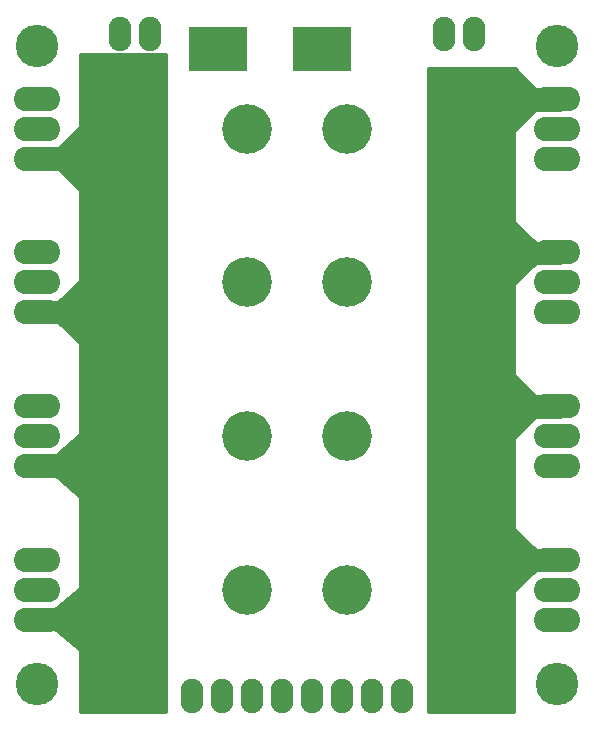
<source format=gbr>
G04 #@! TF.FileFunction,Soldermask,Bot*
%FSLAX46Y46*%
G04 Gerber Fmt 4.6, Leading zero omitted, Abs format (unit mm)*
G04 Created by KiCad (PCBNEW 4.0.4-stable) date 08/22/17 11:56:14*
%MOMM*%
%LPD*%
G01*
G04 APERTURE LIST*
%ADD10C,0.100000*%
%ADD11O,3.900120X2.099260*%
%ADD12C,4.199840*%
%ADD13C,3.000000*%
%ADD14C,3.600000*%
%ADD15O,1.920000X2.920000*%
%ADD16R,4.900000X3.700000*%
%ADD17C,0.254000*%
G04 APERTURE END LIST*
D10*
D11*
X177000000Y-80000000D03*
X177000000Y-82540000D03*
X177000000Y-77460000D03*
D12*
X159236000Y-80000000D03*
D11*
X133000000Y-80000000D03*
X133000000Y-77460000D03*
X133000000Y-82540000D03*
D12*
X150764000Y-80000000D03*
D13*
X169750000Y-86500000D03*
X169750000Y-99500000D03*
X169750000Y-112500000D03*
X169750000Y-126500000D03*
X140250000Y-126500000D03*
X140250000Y-112500000D03*
X140250000Y-99500000D03*
D14*
X133000000Y-127000000D03*
X177000000Y-127000000D03*
X177000000Y-73000000D03*
D15*
X140000000Y-72000000D03*
X142540000Y-72000000D03*
X170000000Y-72000000D03*
X167460000Y-72000000D03*
D14*
X133000000Y-73000000D03*
D13*
X140250000Y-86500000D03*
D11*
X177000000Y-119000000D03*
X177000000Y-121540000D03*
X177000000Y-116460000D03*
D12*
X159236000Y-119000000D03*
D11*
X177000000Y-106000000D03*
X177000000Y-108540000D03*
X177000000Y-103460000D03*
D12*
X159236000Y-106000000D03*
D11*
X177000000Y-93000000D03*
X177000000Y-95540000D03*
X177000000Y-90460000D03*
D12*
X159236000Y-93000000D03*
D11*
X133000000Y-93000000D03*
X133000000Y-90460000D03*
X133000000Y-95540000D03*
D12*
X150764000Y-93000000D03*
D11*
X133000000Y-106000000D03*
X133000000Y-103460000D03*
X133000000Y-108540000D03*
D12*
X150764000Y-106000000D03*
D11*
X133000000Y-119000000D03*
X133000000Y-116460000D03*
X133000000Y-121540000D03*
D12*
X150764000Y-119000000D03*
D15*
X146100000Y-128000000D03*
X148640000Y-128000000D03*
X151180000Y-128000000D03*
X153720000Y-128000000D03*
X156260000Y-128000000D03*
X158800000Y-128000000D03*
X161340000Y-128000000D03*
X163880000Y-128000000D03*
D16*
X157150000Y-73250000D03*
X148350000Y-73250000D03*
D17*
G36*
X143873000Y-129373000D02*
X136627000Y-129373000D01*
X136627000Y-124250000D01*
X136616994Y-124200590D01*
X136583630Y-124154423D01*
X134583630Y-122404423D01*
X134539856Y-122379416D01*
X134500000Y-122373000D01*
X132627000Y-122373000D01*
X132627000Y-120627000D01*
X134500000Y-120627000D01*
X134549410Y-120616994D01*
X134583630Y-120595577D01*
X136583630Y-118845577D01*
X136614226Y-118805510D01*
X136627000Y-118750000D01*
X136627000Y-111250000D01*
X136616994Y-111200590D01*
X136583630Y-111154423D01*
X134583630Y-109404423D01*
X134539856Y-109379416D01*
X134500000Y-109373000D01*
X132627000Y-109373000D01*
X132627000Y-107627000D01*
X134500000Y-107627000D01*
X134549410Y-107616994D01*
X134583630Y-107595577D01*
X136583630Y-105845577D01*
X136614226Y-105805510D01*
X136627000Y-105750000D01*
X136627000Y-98250000D01*
X136616994Y-98200590D01*
X136589803Y-98160197D01*
X134839803Y-96410197D01*
X134797789Y-96382334D01*
X134750000Y-96373000D01*
X134127000Y-96373000D01*
X134127000Y-94627000D01*
X134750000Y-94627000D01*
X134799410Y-94616994D01*
X134839803Y-94589803D01*
X136589803Y-92839803D01*
X136617666Y-92797789D01*
X136627000Y-92750000D01*
X136627000Y-85250000D01*
X136616994Y-85200590D01*
X136589803Y-85160197D01*
X134839803Y-83410197D01*
X134797789Y-83382334D01*
X134750000Y-83373000D01*
X132627000Y-83373000D01*
X132627000Y-81627000D01*
X134750000Y-81627000D01*
X134799410Y-81616994D01*
X134839803Y-81589803D01*
X136589803Y-79839803D01*
X136617666Y-79797789D01*
X136627000Y-79750000D01*
X136627000Y-73627000D01*
X143873000Y-73627000D01*
X143873000Y-129373000D01*
X143873000Y-129373000D01*
G37*
X143873000Y-129373000D02*
X136627000Y-129373000D01*
X136627000Y-124250000D01*
X136616994Y-124200590D01*
X136583630Y-124154423D01*
X134583630Y-122404423D01*
X134539856Y-122379416D01*
X134500000Y-122373000D01*
X132627000Y-122373000D01*
X132627000Y-120627000D01*
X134500000Y-120627000D01*
X134549410Y-120616994D01*
X134583630Y-120595577D01*
X136583630Y-118845577D01*
X136614226Y-118805510D01*
X136627000Y-118750000D01*
X136627000Y-111250000D01*
X136616994Y-111200590D01*
X136583630Y-111154423D01*
X134583630Y-109404423D01*
X134539856Y-109379416D01*
X134500000Y-109373000D01*
X132627000Y-109373000D01*
X132627000Y-107627000D01*
X134500000Y-107627000D01*
X134549410Y-107616994D01*
X134583630Y-107595577D01*
X136583630Y-105845577D01*
X136614226Y-105805510D01*
X136627000Y-105750000D01*
X136627000Y-98250000D01*
X136616994Y-98200590D01*
X136589803Y-98160197D01*
X134839803Y-96410197D01*
X134797789Y-96382334D01*
X134750000Y-96373000D01*
X134127000Y-96373000D01*
X134127000Y-94627000D01*
X134750000Y-94627000D01*
X134799410Y-94616994D01*
X134839803Y-94589803D01*
X136589803Y-92839803D01*
X136617666Y-92797789D01*
X136627000Y-92750000D01*
X136627000Y-85250000D01*
X136616994Y-85200590D01*
X136589803Y-85160197D01*
X134839803Y-83410197D01*
X134797789Y-83382334D01*
X134750000Y-83373000D01*
X132627000Y-83373000D01*
X132627000Y-81627000D01*
X134750000Y-81627000D01*
X134799410Y-81616994D01*
X134839803Y-81589803D01*
X136589803Y-79839803D01*
X136617666Y-79797789D01*
X136627000Y-79750000D01*
X136627000Y-73627000D01*
X143873000Y-73627000D01*
X143873000Y-129373000D01*
G36*
X175160197Y-76589803D02*
X175202211Y-76617666D01*
X175250000Y-76627000D01*
X177373000Y-76627000D01*
X177373000Y-78373000D01*
X175250000Y-78373000D01*
X175200590Y-78383006D01*
X175160197Y-78410197D01*
X173410197Y-80160197D01*
X173382334Y-80202211D01*
X173373000Y-80250000D01*
X173373000Y-87750000D01*
X173383006Y-87799410D01*
X173410197Y-87839803D01*
X175160197Y-89589803D01*
X175202211Y-89617666D01*
X175250000Y-89627000D01*
X177373000Y-89627000D01*
X177373000Y-91373000D01*
X175250000Y-91373000D01*
X175200590Y-91383006D01*
X175160197Y-91410197D01*
X173410197Y-93160197D01*
X173382334Y-93202211D01*
X173373000Y-93250000D01*
X173373000Y-100750000D01*
X173383006Y-100799410D01*
X173410197Y-100839803D01*
X175160197Y-102589803D01*
X175202211Y-102617666D01*
X175250000Y-102627000D01*
X177373000Y-102627000D01*
X177373000Y-104373000D01*
X175250000Y-104373000D01*
X175200590Y-104383006D01*
X175160197Y-104410197D01*
X173410197Y-106160197D01*
X173382334Y-106202211D01*
X173373000Y-106250000D01*
X173373000Y-113750000D01*
X173383006Y-113799410D01*
X173410197Y-113839803D01*
X175160197Y-115589803D01*
X175202211Y-115617666D01*
X175250000Y-115627000D01*
X177373000Y-115627000D01*
X177373000Y-117373000D01*
X175250000Y-117373000D01*
X175200590Y-117383006D01*
X175160197Y-117410197D01*
X173410197Y-119160197D01*
X173382334Y-119202211D01*
X173373000Y-119250000D01*
X173373000Y-129373000D01*
X166127000Y-129373000D01*
X166127000Y-74877000D01*
X173447394Y-74877000D01*
X175160197Y-76589803D01*
X175160197Y-76589803D01*
G37*
X175160197Y-76589803D02*
X175202211Y-76617666D01*
X175250000Y-76627000D01*
X177373000Y-76627000D01*
X177373000Y-78373000D01*
X175250000Y-78373000D01*
X175200590Y-78383006D01*
X175160197Y-78410197D01*
X173410197Y-80160197D01*
X173382334Y-80202211D01*
X173373000Y-80250000D01*
X173373000Y-87750000D01*
X173383006Y-87799410D01*
X173410197Y-87839803D01*
X175160197Y-89589803D01*
X175202211Y-89617666D01*
X175250000Y-89627000D01*
X177373000Y-89627000D01*
X177373000Y-91373000D01*
X175250000Y-91373000D01*
X175200590Y-91383006D01*
X175160197Y-91410197D01*
X173410197Y-93160197D01*
X173382334Y-93202211D01*
X173373000Y-93250000D01*
X173373000Y-100750000D01*
X173383006Y-100799410D01*
X173410197Y-100839803D01*
X175160197Y-102589803D01*
X175202211Y-102617666D01*
X175250000Y-102627000D01*
X177373000Y-102627000D01*
X177373000Y-104373000D01*
X175250000Y-104373000D01*
X175200590Y-104383006D01*
X175160197Y-104410197D01*
X173410197Y-106160197D01*
X173382334Y-106202211D01*
X173373000Y-106250000D01*
X173373000Y-113750000D01*
X173383006Y-113799410D01*
X173410197Y-113839803D01*
X175160197Y-115589803D01*
X175202211Y-115617666D01*
X175250000Y-115627000D01*
X177373000Y-115627000D01*
X177373000Y-117373000D01*
X175250000Y-117373000D01*
X175200590Y-117383006D01*
X175160197Y-117410197D01*
X173410197Y-119160197D01*
X173382334Y-119202211D01*
X173373000Y-119250000D01*
X173373000Y-129373000D01*
X166127000Y-129373000D01*
X166127000Y-74877000D01*
X173447394Y-74877000D01*
X175160197Y-76589803D01*
M02*

</source>
